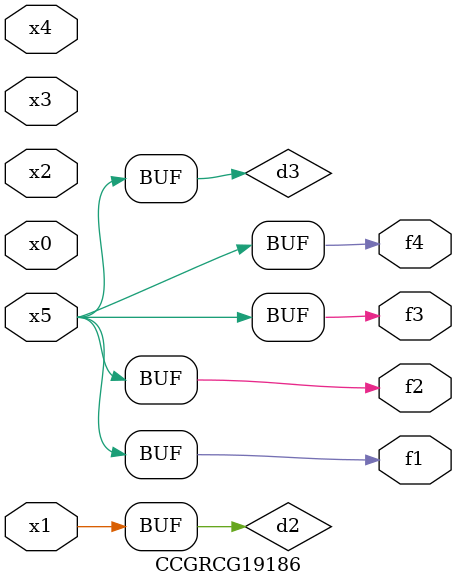
<source format=v>
module CCGRCG19186(
	input x0, x1, x2, x3, x4, x5,
	output f1, f2, f3, f4
);

	wire d1, d2, d3;

	not (d1, x5);
	or (d2, x1);
	xnor (d3, d1);
	assign f1 = d3;
	assign f2 = d3;
	assign f3 = d3;
	assign f4 = d3;
endmodule

</source>
